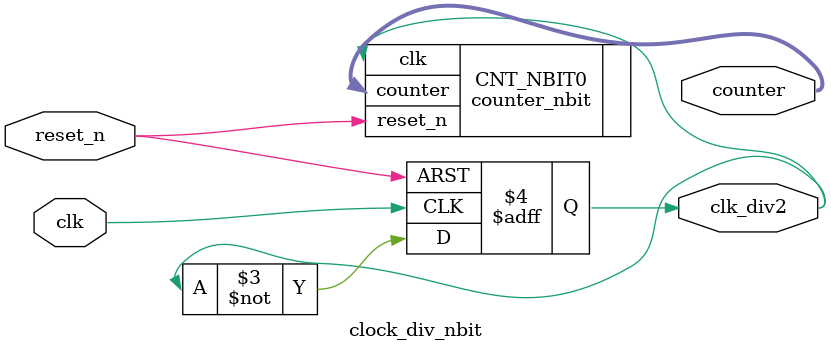
<source format=v>
module clock_div_nbit
#(parameter CNT_WIDTH = 4)
(
    input clk, 
    input reset_n, 
    output reg clk_div2,
    output [CNT_WIDTH-1:0] counter
);

    always @(posedge clk or negedge reset_n) begin 
        if(!reset_n) begin 
            clk_div2 <= 0; 
        end else begin 
            clk_div2 <= ~clk_div2; 
        end
    end

    // instantiate a parameterizable module 
    // with a new parameter volue 
    counter_nbit
    #(.N(CNT_WIDTH))
    CNT_NBIT0
    (.clk(clk_div2),
     .reset_n(reset_n),
     .counter(counter)
    );
endmodule 
</source>
